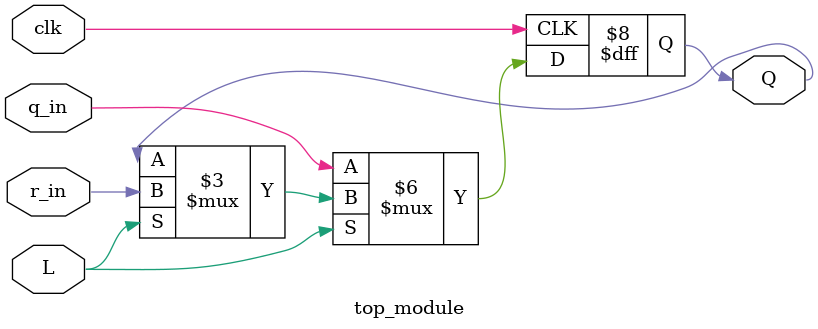
<source format=v>
module top_module (
	input clk,
	input L,
	input r_in,
	input q_in,
	output reg Q);
    always@(posedge clk)begin
        if(~L) Q<= q_in;
        else if (L) Q<= r_in;
    end
	
endmodule

</source>
